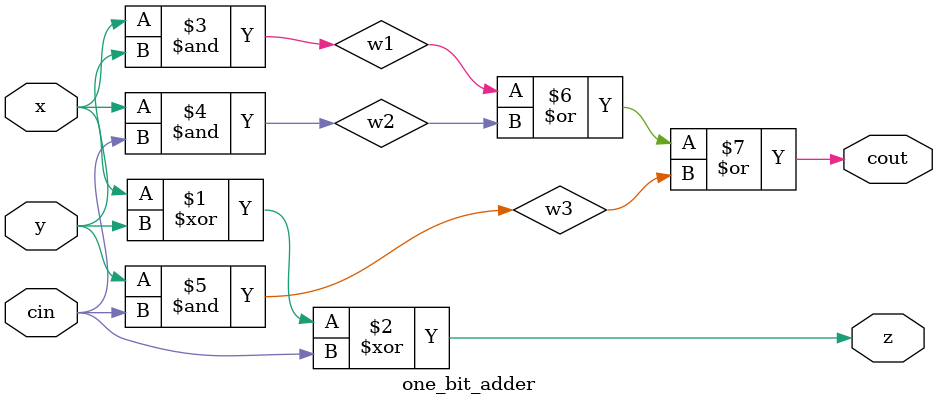
<source format=v>
`timescale 1ns / 1ps


module one_bit_adder(
    input x,
    input y,
    input cin,
    output z,
    output cout
    );
    wire w1, w2, w3;
    assign z = x^y^cin;
    
    assign w1 = x&y;
    assign w2 = x&cin;
    assign w3 = y&cin;
    
    assign cout = w1|w2|w3;
    
endmodule

</source>
